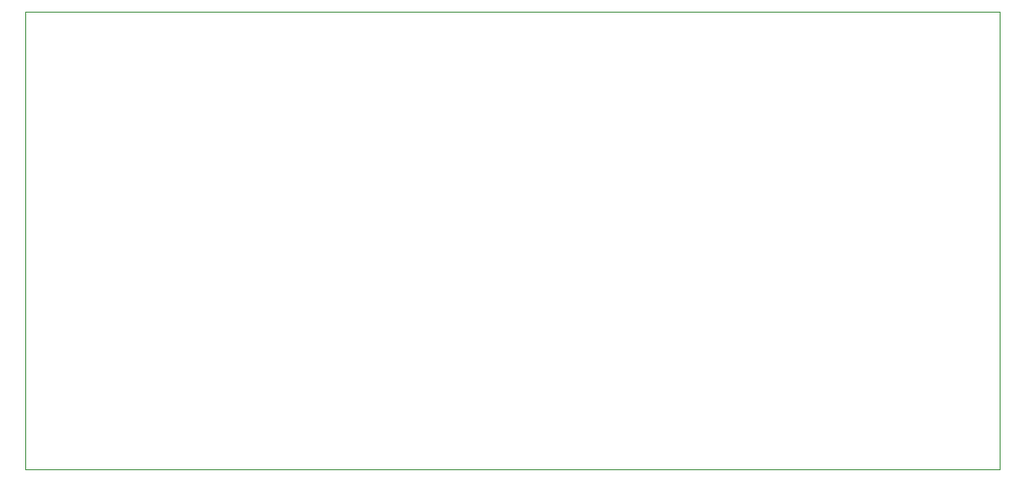
<source format=gbr>
G04 #@! TF.GenerationSoftware,KiCad,Pcbnew,5.1.5+dfsg1-2build2*
G04 #@! TF.CreationDate,2022-05-11T22:38:19-07:00*
G04 #@! TF.ProjectId,ProgramCounter,50726f67-7261-46d4-936f-756e7465722e,rev?*
G04 #@! TF.SameCoordinates,Original*
G04 #@! TF.FileFunction,Profile,NP*
%FSLAX46Y46*%
G04 Gerber Fmt 4.6, Leading zero omitted, Abs format (unit mm)*
G04 Created by KiCad (PCBNEW 5.1.5+dfsg1-2build2) date 2022-05-11 22:38:19*
%MOMM*%
%LPD*%
G04 APERTURE LIST*
%ADD10C,0.100000*%
G04 APERTURE END LIST*
D10*
X50000000Y-50000000D02*
X50000000Y-93000000D01*
X50000000Y-50000000D02*
X141440000Y-50000000D01*
X141440000Y-50000000D02*
X141440000Y-93000000D01*
X50000000Y-93000000D02*
X141440000Y-93000000D01*
M02*

</source>
